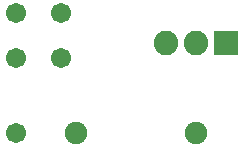
<source format=gtl>
G04 MADE WITH FRITZING*
G04 WWW.FRITZING.ORG*
G04 DOUBLE SIDED*
G04 HOLES PLATED*
G04 CONTOUR ON CENTER OF CONTOUR VECTOR*
%ASAXBY*%
%FSLAX23Y23*%
%MOIN*%
%OFA0B0*%
%SFA1.0B1.0*%
%ADD10C,0.075000*%
%ADD11C,0.082000*%
%ADD12C,0.067559*%
%ADD13R,0.082000X0.082000*%
%LNCOPPER1*%
G90*
G70*
G54D10*
X801Y192D03*
X401Y192D03*
X801Y192D03*
X401Y192D03*
G54D11*
X901Y492D03*
X801Y492D03*
X701Y492D03*
X901Y492D03*
X801Y492D03*
X701Y492D03*
G54D12*
X351Y592D03*
X351Y442D03*
X351Y592D03*
X351Y442D03*
X201Y592D03*
X201Y442D03*
X201Y592D03*
X201Y442D03*
X201Y192D03*
X201Y192D03*
G54D13*
X901Y492D03*
X901Y492D03*
G04 End of Copper1*
M02*
</source>
